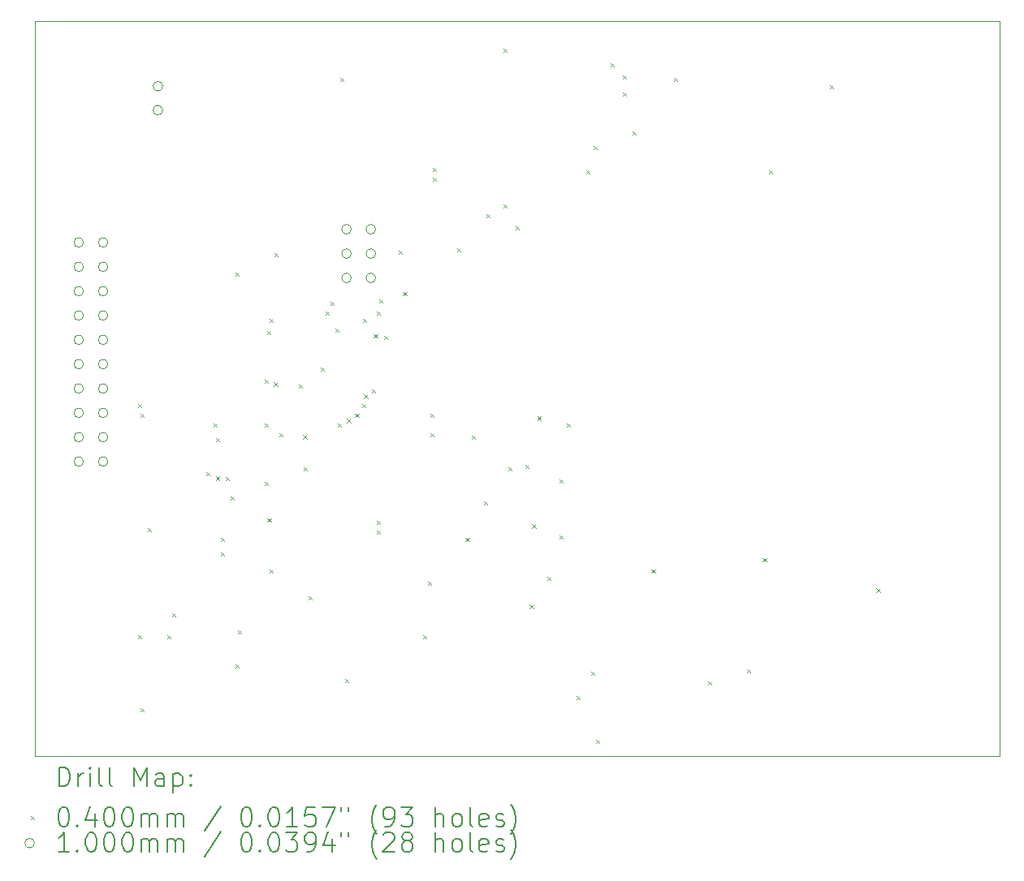
<source format=gbr>
%TF.GenerationSoftware,KiCad,Pcbnew,6.0.9-8da3e8f707~116~ubuntu22.04.1*%
%TF.CreationDate,2023-09-17T15:54:21-04:00*%
%TF.ProjectId,Recovery_DoubleStage,5265636f-7665-4727-995f-446f75626c65,rev?*%
%TF.SameCoordinates,Original*%
%TF.FileFunction,Drillmap*%
%TF.FilePolarity,Positive*%
%FSLAX45Y45*%
G04 Gerber Fmt 4.5, Leading zero omitted, Abs format (unit mm)*
G04 Created by KiCad (PCBNEW 6.0.9-8da3e8f707~116~ubuntu22.04.1) date 2023-09-17 15:54:21*
%MOMM*%
%LPD*%
G01*
G04 APERTURE LIST*
%ADD10C,0.100000*%
%ADD11C,0.200000*%
%ADD12C,0.040000*%
G04 APERTURE END LIST*
D10*
X1244600Y-8991600D02*
X11303000Y-8991600D01*
X11303000Y-8991600D02*
X11303000Y-1320800D01*
X11303000Y-1320800D02*
X1244600Y-1320800D01*
X1244600Y-1320800D02*
X1244600Y-8991600D01*
D11*
D12*
X2316800Y-5314000D02*
X2356800Y-5354000D01*
X2356800Y-5314000D02*
X2316800Y-5354000D01*
X2316800Y-7727000D02*
X2356800Y-7767000D01*
X2356800Y-7727000D02*
X2316800Y-7767000D01*
X2342200Y-5415600D02*
X2382200Y-5455600D01*
X2382200Y-5415600D02*
X2342200Y-5455600D01*
X2342200Y-8489000D02*
X2382200Y-8529000D01*
X2382200Y-8489000D02*
X2342200Y-8529000D01*
X2418400Y-6609400D02*
X2458400Y-6649400D01*
X2458400Y-6609400D02*
X2418400Y-6649400D01*
X2621600Y-7727000D02*
X2661600Y-7767000D01*
X2661600Y-7727000D02*
X2621600Y-7767000D01*
X2672400Y-7498400D02*
X2712400Y-7538400D01*
X2712400Y-7498400D02*
X2672400Y-7538400D01*
X3028000Y-6025200D02*
X3068000Y-6065200D01*
X3068000Y-6025200D02*
X3028000Y-6065200D01*
X3104200Y-5517200D02*
X3144200Y-5557200D01*
X3144200Y-5517200D02*
X3104200Y-5557200D01*
X3129600Y-5669600D02*
X3169600Y-5709600D01*
X3169600Y-5669600D02*
X3129600Y-5709600D01*
X3129995Y-6074745D02*
X3169995Y-6114745D01*
X3169995Y-6074745D02*
X3129995Y-6114745D01*
X3180400Y-6711000D02*
X3220400Y-6751000D01*
X3220400Y-6711000D02*
X3180400Y-6751000D01*
X3180400Y-6863400D02*
X3220400Y-6903400D01*
X3220400Y-6863400D02*
X3180400Y-6903400D01*
X3231200Y-6076000D02*
X3271200Y-6116000D01*
X3271200Y-6076000D02*
X3231200Y-6116000D01*
X3282000Y-6279200D02*
X3322000Y-6319200D01*
X3322000Y-6279200D02*
X3282000Y-6319200D01*
X3332800Y-3942400D02*
X3372800Y-3982400D01*
X3372800Y-3942400D02*
X3332800Y-3982400D01*
X3332800Y-8031800D02*
X3372800Y-8071800D01*
X3372800Y-8031800D02*
X3332800Y-8071800D01*
X3358200Y-7676200D02*
X3398200Y-7716200D01*
X3398200Y-7676200D02*
X3358200Y-7716200D01*
X3637170Y-6127230D02*
X3677170Y-6167230D01*
X3677170Y-6127230D02*
X3637170Y-6167230D01*
X3637600Y-5060000D02*
X3677600Y-5100000D01*
X3677600Y-5060000D02*
X3637600Y-5100000D01*
X3637600Y-5517200D02*
X3677600Y-5557200D01*
X3677600Y-5517200D02*
X3637600Y-5557200D01*
X3663000Y-4552000D02*
X3703000Y-4592000D01*
X3703000Y-4552000D02*
X3663000Y-4592000D01*
X3665150Y-6507800D02*
X3705150Y-6547800D01*
X3705150Y-6507800D02*
X3665150Y-6547800D01*
X3688400Y-4425000D02*
X3728400Y-4465000D01*
X3728400Y-4425000D02*
X3688400Y-4465000D01*
X3688400Y-7041200D02*
X3728400Y-7081200D01*
X3728400Y-7041200D02*
X3688400Y-7081200D01*
X3732421Y-5091607D02*
X3772421Y-5131607D01*
X3772421Y-5091607D02*
X3732421Y-5131607D01*
X3739200Y-3739200D02*
X3779200Y-3779200D01*
X3779200Y-3739200D02*
X3739200Y-3779200D01*
X3790000Y-5618800D02*
X3830000Y-5658800D01*
X3830000Y-5618800D02*
X3790000Y-5658800D01*
X3993200Y-5110800D02*
X4033200Y-5150800D01*
X4033200Y-5110800D02*
X3993200Y-5150800D01*
X4038170Y-5638370D02*
X4078170Y-5678370D01*
X4078170Y-5638370D02*
X4038170Y-5678370D01*
X4044000Y-5974400D02*
X4084000Y-6014400D01*
X4084000Y-5974400D02*
X4044000Y-6014400D01*
X4094800Y-7320600D02*
X4134800Y-7360600D01*
X4134800Y-7320600D02*
X4094800Y-7360600D01*
X4221800Y-4933000D02*
X4261800Y-4973000D01*
X4261800Y-4933000D02*
X4221800Y-4973000D01*
X4272600Y-4348800D02*
X4312600Y-4388800D01*
X4312600Y-4348800D02*
X4272600Y-4388800D01*
X4323400Y-4247200D02*
X4363400Y-4287200D01*
X4363400Y-4247200D02*
X4323400Y-4287200D01*
X4374200Y-4526600D02*
X4414200Y-4566600D01*
X4414200Y-4526600D02*
X4374200Y-4566600D01*
X4399600Y-5517200D02*
X4439600Y-5557200D01*
X4439600Y-5517200D02*
X4399600Y-5557200D01*
X4425000Y-1910400D02*
X4465000Y-1950400D01*
X4465000Y-1910400D02*
X4425000Y-1950400D01*
X4475800Y-8184200D02*
X4515800Y-8224200D01*
X4515800Y-8184200D02*
X4475800Y-8224200D01*
X4496626Y-5469315D02*
X4536626Y-5509315D01*
X4536626Y-5469315D02*
X4496626Y-5509315D01*
X4580916Y-5415600D02*
X4620916Y-5455600D01*
X4620916Y-5415600D02*
X4580916Y-5455600D01*
X4653366Y-5315233D02*
X4693366Y-5355233D01*
X4693366Y-5315233D02*
X4653366Y-5355233D01*
X4662050Y-4425000D02*
X4702050Y-4465000D01*
X4702050Y-4425000D02*
X4662050Y-4465000D01*
X4672036Y-5217042D02*
X4712036Y-5257042D01*
X4712036Y-5217042D02*
X4672036Y-5257042D01*
X4755200Y-5161600D02*
X4795200Y-5201600D01*
X4795200Y-5161600D02*
X4755200Y-5201600D01*
X4774754Y-4586838D02*
X4814754Y-4626838D01*
X4814754Y-4586838D02*
X4774754Y-4626838D01*
X4806000Y-4348800D02*
X4846000Y-4388800D01*
X4846000Y-4348800D02*
X4806000Y-4388800D01*
X4806000Y-6533200D02*
X4846000Y-6573200D01*
X4846000Y-6533200D02*
X4806000Y-6573200D01*
X4806000Y-6634800D02*
X4846000Y-6674800D01*
X4846000Y-6634800D02*
X4806000Y-6674800D01*
X4831400Y-4221800D02*
X4871400Y-4261800D01*
X4871400Y-4221800D02*
X4831400Y-4261800D01*
X4882200Y-4602800D02*
X4922200Y-4642800D01*
X4922200Y-4602800D02*
X4882200Y-4642800D01*
X5034600Y-3713800D02*
X5074600Y-3753800D01*
X5074600Y-3713800D02*
X5034600Y-3753800D01*
X5081650Y-4145600D02*
X5121650Y-4185600D01*
X5121650Y-4145600D02*
X5081650Y-4185600D01*
X5288600Y-7727000D02*
X5328600Y-7767000D01*
X5328600Y-7727000D02*
X5288600Y-7767000D01*
X5339400Y-7168200D02*
X5379400Y-7208200D01*
X5379400Y-7168200D02*
X5339400Y-7208200D01*
X5364800Y-5415600D02*
X5404800Y-5455600D01*
X5404800Y-5415600D02*
X5364800Y-5455600D01*
X5364800Y-5618800D02*
X5404800Y-5658800D01*
X5404800Y-5618800D02*
X5364800Y-5658800D01*
X5390200Y-2850200D02*
X5430200Y-2890200D01*
X5430200Y-2850200D02*
X5390200Y-2890200D01*
X5390200Y-2951800D02*
X5430200Y-2991800D01*
X5430200Y-2951800D02*
X5390200Y-2991800D01*
X5644200Y-3688400D02*
X5684200Y-3728400D01*
X5684200Y-3688400D02*
X5644200Y-3728400D01*
X5730560Y-6711000D02*
X5770560Y-6751000D01*
X5770560Y-6711000D02*
X5730560Y-6751000D01*
X5796600Y-5644200D02*
X5836600Y-5684200D01*
X5836600Y-5644200D02*
X5796600Y-5684200D01*
X5923600Y-6330000D02*
X5963600Y-6370000D01*
X5963600Y-6330000D02*
X5923600Y-6370000D01*
X5949000Y-3332800D02*
X5989000Y-3372800D01*
X5989000Y-3332800D02*
X5949000Y-3372800D01*
X6126800Y-1605600D02*
X6166800Y-1645600D01*
X6166800Y-1605600D02*
X6126800Y-1645600D01*
X6126800Y-3231200D02*
X6166800Y-3271200D01*
X6166800Y-3231200D02*
X6126800Y-3271200D01*
X6177600Y-5974400D02*
X6217600Y-6014400D01*
X6217600Y-5974400D02*
X6177600Y-6014400D01*
X6253370Y-3460230D02*
X6293370Y-3500230D01*
X6293370Y-3460230D02*
X6253370Y-3500230D01*
X6355550Y-5948850D02*
X6395550Y-5988850D01*
X6395550Y-5948850D02*
X6355550Y-5988850D01*
X6401120Y-7412040D02*
X6441120Y-7452040D01*
X6441120Y-7412040D02*
X6401120Y-7452040D01*
X6426520Y-6573840D02*
X6466520Y-6613840D01*
X6466520Y-6573840D02*
X6426520Y-6613840D01*
X6482400Y-5446080D02*
X6522400Y-5486080D01*
X6522400Y-5446080D02*
X6482400Y-5486080D01*
X6584000Y-7117400D02*
X6624000Y-7157400D01*
X6624000Y-7117400D02*
X6584000Y-7157400D01*
X6711000Y-6101400D02*
X6751000Y-6141400D01*
X6751000Y-6101400D02*
X6711000Y-6141400D01*
X6711000Y-6685600D02*
X6751000Y-6725600D01*
X6751000Y-6685600D02*
X6711000Y-6725600D01*
X6787200Y-5517200D02*
X6827200Y-5557200D01*
X6827200Y-5517200D02*
X6787200Y-5557200D01*
X6888800Y-8362000D02*
X6928800Y-8402000D01*
X6928800Y-8362000D02*
X6888800Y-8402000D01*
X6990400Y-2875600D02*
X7030400Y-2915600D01*
X7030400Y-2875600D02*
X6990400Y-2915600D01*
X7041200Y-8108000D02*
X7081200Y-8148000D01*
X7081200Y-8108000D02*
X7041200Y-8148000D01*
X7066600Y-2621600D02*
X7106600Y-2661600D01*
X7106600Y-2621600D02*
X7066600Y-2661600D01*
X7092000Y-8819200D02*
X7132000Y-8859200D01*
X7132000Y-8819200D02*
X7092000Y-8859200D01*
X7244400Y-1758000D02*
X7284400Y-1798000D01*
X7284400Y-1758000D02*
X7244400Y-1798000D01*
X7371400Y-1885000D02*
X7411400Y-1925000D01*
X7411400Y-1885000D02*
X7371400Y-1925000D01*
X7371400Y-2062800D02*
X7411400Y-2102800D01*
X7411400Y-2062800D02*
X7371400Y-2102800D01*
X7473000Y-2469200D02*
X7513000Y-2509200D01*
X7513000Y-2469200D02*
X7473000Y-2509200D01*
X7671120Y-7041200D02*
X7711120Y-7081200D01*
X7711120Y-7041200D02*
X7671120Y-7081200D01*
X7904800Y-1910400D02*
X7944800Y-1950400D01*
X7944800Y-1910400D02*
X7904800Y-1950400D01*
X8260400Y-8209600D02*
X8300400Y-8249600D01*
X8300400Y-8209600D02*
X8260400Y-8249600D01*
X8666800Y-8082600D02*
X8706800Y-8122600D01*
X8706800Y-8082600D02*
X8666800Y-8122600D01*
X8834440Y-6924360D02*
X8874440Y-6964360D01*
X8874440Y-6924360D02*
X8834440Y-6964360D01*
X8895400Y-2875600D02*
X8935400Y-2915600D01*
X8935400Y-2875600D02*
X8895400Y-2915600D01*
X9530400Y-1986600D02*
X9570400Y-2026600D01*
X9570400Y-1986600D02*
X9530400Y-2026600D01*
X10018080Y-7239320D02*
X10058080Y-7279320D01*
X10058080Y-7239320D02*
X10018080Y-7279320D01*
D10*
X1751300Y-3632700D02*
G75*
G03*
X1751300Y-3632700I-50000J0D01*
G01*
X1751300Y-3886700D02*
G75*
G03*
X1751300Y-3886700I-50000J0D01*
G01*
X1751300Y-4140700D02*
G75*
G03*
X1751300Y-4140700I-50000J0D01*
G01*
X1751300Y-4394700D02*
G75*
G03*
X1751300Y-4394700I-50000J0D01*
G01*
X1751300Y-4648700D02*
G75*
G03*
X1751300Y-4648700I-50000J0D01*
G01*
X1751300Y-4902700D02*
G75*
G03*
X1751300Y-4902700I-50000J0D01*
G01*
X1751300Y-5156700D02*
G75*
G03*
X1751300Y-5156700I-50000J0D01*
G01*
X1751300Y-5410700D02*
G75*
G03*
X1751300Y-5410700I-50000J0D01*
G01*
X1751300Y-5664700D02*
G75*
G03*
X1751300Y-5664700I-50000J0D01*
G01*
X1751300Y-5918700D02*
G75*
G03*
X1751300Y-5918700I-50000J0D01*
G01*
X2005300Y-3632700D02*
G75*
G03*
X2005300Y-3632700I-50000J0D01*
G01*
X2005300Y-3886700D02*
G75*
G03*
X2005300Y-3886700I-50000J0D01*
G01*
X2005300Y-4140700D02*
G75*
G03*
X2005300Y-4140700I-50000J0D01*
G01*
X2005300Y-4394700D02*
G75*
G03*
X2005300Y-4394700I-50000J0D01*
G01*
X2005300Y-4648700D02*
G75*
G03*
X2005300Y-4648700I-50000J0D01*
G01*
X2005300Y-4902700D02*
G75*
G03*
X2005300Y-4902700I-50000J0D01*
G01*
X2005300Y-5156700D02*
G75*
G03*
X2005300Y-5156700I-50000J0D01*
G01*
X2005300Y-5410700D02*
G75*
G03*
X2005300Y-5410700I-50000J0D01*
G01*
X2005300Y-5664700D02*
G75*
G03*
X2005300Y-5664700I-50000J0D01*
G01*
X2005300Y-5918700D02*
G75*
G03*
X2005300Y-5918700I-50000J0D01*
G01*
X2576460Y-2001520D02*
G75*
G03*
X2576460Y-2001520I-50000J0D01*
G01*
X2576460Y-2251520D02*
G75*
G03*
X2576460Y-2251520I-50000J0D01*
G01*
X4542100Y-3493700D02*
G75*
G03*
X4542100Y-3493700I-50000J0D01*
G01*
X4542100Y-3747700D02*
G75*
G03*
X4542100Y-3747700I-50000J0D01*
G01*
X4542100Y-4001700D02*
G75*
G03*
X4542100Y-4001700I-50000J0D01*
G01*
X4796100Y-3493700D02*
G75*
G03*
X4796100Y-3493700I-50000J0D01*
G01*
X4796100Y-3747700D02*
G75*
G03*
X4796100Y-3747700I-50000J0D01*
G01*
X4796100Y-4001700D02*
G75*
G03*
X4796100Y-4001700I-50000J0D01*
G01*
D11*
X1497219Y-9307076D02*
X1497219Y-9107076D01*
X1544838Y-9107076D01*
X1573409Y-9116600D01*
X1592457Y-9135648D01*
X1601981Y-9154695D01*
X1611505Y-9192790D01*
X1611505Y-9221362D01*
X1601981Y-9259457D01*
X1592457Y-9278505D01*
X1573409Y-9297552D01*
X1544838Y-9307076D01*
X1497219Y-9307076D01*
X1697219Y-9307076D02*
X1697219Y-9173743D01*
X1697219Y-9211838D02*
X1706743Y-9192790D01*
X1716267Y-9183267D01*
X1735314Y-9173743D01*
X1754362Y-9173743D01*
X1821028Y-9307076D02*
X1821028Y-9173743D01*
X1821028Y-9107076D02*
X1811505Y-9116600D01*
X1821028Y-9126124D01*
X1830552Y-9116600D01*
X1821028Y-9107076D01*
X1821028Y-9126124D01*
X1944838Y-9307076D02*
X1925790Y-9297552D01*
X1916267Y-9278505D01*
X1916267Y-9107076D01*
X2049600Y-9307076D02*
X2030552Y-9297552D01*
X2021028Y-9278505D01*
X2021028Y-9107076D01*
X2278171Y-9307076D02*
X2278171Y-9107076D01*
X2344838Y-9249933D01*
X2411505Y-9107076D01*
X2411505Y-9307076D01*
X2592457Y-9307076D02*
X2592457Y-9202314D01*
X2582933Y-9183267D01*
X2563886Y-9173743D01*
X2525790Y-9173743D01*
X2506743Y-9183267D01*
X2592457Y-9297552D02*
X2573410Y-9307076D01*
X2525790Y-9307076D01*
X2506743Y-9297552D01*
X2497219Y-9278505D01*
X2497219Y-9259457D01*
X2506743Y-9240410D01*
X2525790Y-9230886D01*
X2573410Y-9230886D01*
X2592457Y-9221362D01*
X2687695Y-9173743D02*
X2687695Y-9373743D01*
X2687695Y-9183267D02*
X2706743Y-9173743D01*
X2744838Y-9173743D01*
X2763886Y-9183267D01*
X2773410Y-9192790D01*
X2782933Y-9211838D01*
X2782933Y-9268981D01*
X2773410Y-9288029D01*
X2763886Y-9297552D01*
X2744838Y-9307076D01*
X2706743Y-9307076D01*
X2687695Y-9297552D01*
X2868648Y-9288029D02*
X2878171Y-9297552D01*
X2868648Y-9307076D01*
X2859124Y-9297552D01*
X2868648Y-9288029D01*
X2868648Y-9307076D01*
X2868648Y-9183267D02*
X2878171Y-9192790D01*
X2868648Y-9202314D01*
X2859124Y-9192790D01*
X2868648Y-9183267D01*
X2868648Y-9202314D01*
D12*
X1199600Y-9616600D02*
X1239600Y-9656600D01*
X1239600Y-9616600D02*
X1199600Y-9656600D01*
D11*
X1535314Y-9527076D02*
X1554362Y-9527076D01*
X1573409Y-9536600D01*
X1582933Y-9546124D01*
X1592457Y-9565171D01*
X1601981Y-9603267D01*
X1601981Y-9650886D01*
X1592457Y-9688981D01*
X1582933Y-9708029D01*
X1573409Y-9717552D01*
X1554362Y-9727076D01*
X1535314Y-9727076D01*
X1516267Y-9717552D01*
X1506743Y-9708029D01*
X1497219Y-9688981D01*
X1487695Y-9650886D01*
X1487695Y-9603267D01*
X1497219Y-9565171D01*
X1506743Y-9546124D01*
X1516267Y-9536600D01*
X1535314Y-9527076D01*
X1687695Y-9708029D02*
X1697219Y-9717552D01*
X1687695Y-9727076D01*
X1678171Y-9717552D01*
X1687695Y-9708029D01*
X1687695Y-9727076D01*
X1868648Y-9593743D02*
X1868648Y-9727076D01*
X1821028Y-9517552D02*
X1773409Y-9660410D01*
X1897219Y-9660410D01*
X2011505Y-9527076D02*
X2030552Y-9527076D01*
X2049600Y-9536600D01*
X2059124Y-9546124D01*
X2068648Y-9565171D01*
X2078171Y-9603267D01*
X2078171Y-9650886D01*
X2068648Y-9688981D01*
X2059124Y-9708029D01*
X2049600Y-9717552D01*
X2030552Y-9727076D01*
X2011505Y-9727076D01*
X1992457Y-9717552D01*
X1982933Y-9708029D01*
X1973409Y-9688981D01*
X1963886Y-9650886D01*
X1963886Y-9603267D01*
X1973409Y-9565171D01*
X1982933Y-9546124D01*
X1992457Y-9536600D01*
X2011505Y-9527076D01*
X2201981Y-9527076D02*
X2221029Y-9527076D01*
X2240076Y-9536600D01*
X2249600Y-9546124D01*
X2259124Y-9565171D01*
X2268648Y-9603267D01*
X2268648Y-9650886D01*
X2259124Y-9688981D01*
X2249600Y-9708029D01*
X2240076Y-9717552D01*
X2221029Y-9727076D01*
X2201981Y-9727076D01*
X2182933Y-9717552D01*
X2173410Y-9708029D01*
X2163886Y-9688981D01*
X2154362Y-9650886D01*
X2154362Y-9603267D01*
X2163886Y-9565171D01*
X2173410Y-9546124D01*
X2182933Y-9536600D01*
X2201981Y-9527076D01*
X2354362Y-9727076D02*
X2354362Y-9593743D01*
X2354362Y-9612790D02*
X2363886Y-9603267D01*
X2382933Y-9593743D01*
X2411505Y-9593743D01*
X2430552Y-9603267D01*
X2440076Y-9622314D01*
X2440076Y-9727076D01*
X2440076Y-9622314D02*
X2449600Y-9603267D01*
X2468648Y-9593743D01*
X2497219Y-9593743D01*
X2516267Y-9603267D01*
X2525790Y-9622314D01*
X2525790Y-9727076D01*
X2621029Y-9727076D02*
X2621029Y-9593743D01*
X2621029Y-9612790D02*
X2630552Y-9603267D01*
X2649600Y-9593743D01*
X2678171Y-9593743D01*
X2697219Y-9603267D01*
X2706743Y-9622314D01*
X2706743Y-9727076D01*
X2706743Y-9622314D02*
X2716267Y-9603267D01*
X2735314Y-9593743D01*
X2763886Y-9593743D01*
X2782933Y-9603267D01*
X2792457Y-9622314D01*
X2792457Y-9727076D01*
X3182933Y-9517552D02*
X3011505Y-9774695D01*
X3440076Y-9527076D02*
X3459124Y-9527076D01*
X3478171Y-9536600D01*
X3487695Y-9546124D01*
X3497219Y-9565171D01*
X3506743Y-9603267D01*
X3506743Y-9650886D01*
X3497219Y-9688981D01*
X3487695Y-9708029D01*
X3478171Y-9717552D01*
X3459124Y-9727076D01*
X3440076Y-9727076D01*
X3421028Y-9717552D01*
X3411505Y-9708029D01*
X3401981Y-9688981D01*
X3392457Y-9650886D01*
X3392457Y-9603267D01*
X3401981Y-9565171D01*
X3411505Y-9546124D01*
X3421028Y-9536600D01*
X3440076Y-9527076D01*
X3592457Y-9708029D02*
X3601981Y-9717552D01*
X3592457Y-9727076D01*
X3582933Y-9717552D01*
X3592457Y-9708029D01*
X3592457Y-9727076D01*
X3725790Y-9527076D02*
X3744838Y-9527076D01*
X3763886Y-9536600D01*
X3773409Y-9546124D01*
X3782933Y-9565171D01*
X3792457Y-9603267D01*
X3792457Y-9650886D01*
X3782933Y-9688981D01*
X3773409Y-9708029D01*
X3763886Y-9717552D01*
X3744838Y-9727076D01*
X3725790Y-9727076D01*
X3706743Y-9717552D01*
X3697219Y-9708029D01*
X3687695Y-9688981D01*
X3678171Y-9650886D01*
X3678171Y-9603267D01*
X3687695Y-9565171D01*
X3697219Y-9546124D01*
X3706743Y-9536600D01*
X3725790Y-9527076D01*
X3982933Y-9727076D02*
X3868648Y-9727076D01*
X3925790Y-9727076D02*
X3925790Y-9527076D01*
X3906743Y-9555648D01*
X3887695Y-9574695D01*
X3868648Y-9584219D01*
X4163886Y-9527076D02*
X4068648Y-9527076D01*
X4059124Y-9622314D01*
X4068648Y-9612790D01*
X4087695Y-9603267D01*
X4135314Y-9603267D01*
X4154362Y-9612790D01*
X4163886Y-9622314D01*
X4173409Y-9641362D01*
X4173409Y-9688981D01*
X4163886Y-9708029D01*
X4154362Y-9717552D01*
X4135314Y-9727076D01*
X4087695Y-9727076D01*
X4068648Y-9717552D01*
X4059124Y-9708029D01*
X4240076Y-9527076D02*
X4373410Y-9527076D01*
X4287695Y-9727076D01*
X4440076Y-9527076D02*
X4440076Y-9565171D01*
X4516267Y-9527076D02*
X4516267Y-9565171D01*
X4811505Y-9803267D02*
X4801981Y-9793743D01*
X4782933Y-9765171D01*
X4773410Y-9746124D01*
X4763886Y-9717552D01*
X4754362Y-9669933D01*
X4754362Y-9631838D01*
X4763886Y-9584219D01*
X4773410Y-9555648D01*
X4782933Y-9536600D01*
X4801981Y-9508029D01*
X4811505Y-9498505D01*
X4897219Y-9727076D02*
X4935314Y-9727076D01*
X4954362Y-9717552D01*
X4963886Y-9708029D01*
X4982933Y-9679457D01*
X4992457Y-9641362D01*
X4992457Y-9565171D01*
X4982933Y-9546124D01*
X4973410Y-9536600D01*
X4954362Y-9527076D01*
X4916267Y-9527076D01*
X4897219Y-9536600D01*
X4887695Y-9546124D01*
X4878171Y-9565171D01*
X4878171Y-9612790D01*
X4887695Y-9631838D01*
X4897219Y-9641362D01*
X4916267Y-9650886D01*
X4954362Y-9650886D01*
X4973410Y-9641362D01*
X4982933Y-9631838D01*
X4992457Y-9612790D01*
X5059124Y-9527076D02*
X5182933Y-9527076D01*
X5116267Y-9603267D01*
X5144838Y-9603267D01*
X5163886Y-9612790D01*
X5173410Y-9622314D01*
X5182933Y-9641362D01*
X5182933Y-9688981D01*
X5173410Y-9708029D01*
X5163886Y-9717552D01*
X5144838Y-9727076D01*
X5087695Y-9727076D01*
X5068648Y-9717552D01*
X5059124Y-9708029D01*
X5421029Y-9727076D02*
X5421029Y-9527076D01*
X5506743Y-9727076D02*
X5506743Y-9622314D01*
X5497219Y-9603267D01*
X5478171Y-9593743D01*
X5449600Y-9593743D01*
X5430552Y-9603267D01*
X5421029Y-9612790D01*
X5630552Y-9727076D02*
X5611505Y-9717552D01*
X5601981Y-9708029D01*
X5592457Y-9688981D01*
X5592457Y-9631838D01*
X5601981Y-9612790D01*
X5611505Y-9603267D01*
X5630552Y-9593743D01*
X5659124Y-9593743D01*
X5678171Y-9603267D01*
X5687695Y-9612790D01*
X5697219Y-9631838D01*
X5697219Y-9688981D01*
X5687695Y-9708029D01*
X5678171Y-9717552D01*
X5659124Y-9727076D01*
X5630552Y-9727076D01*
X5811505Y-9727076D02*
X5792457Y-9717552D01*
X5782933Y-9698505D01*
X5782933Y-9527076D01*
X5963886Y-9717552D02*
X5944838Y-9727076D01*
X5906743Y-9727076D01*
X5887695Y-9717552D01*
X5878171Y-9698505D01*
X5878171Y-9622314D01*
X5887695Y-9603267D01*
X5906743Y-9593743D01*
X5944838Y-9593743D01*
X5963886Y-9603267D01*
X5973409Y-9622314D01*
X5973409Y-9641362D01*
X5878171Y-9660410D01*
X6049600Y-9717552D02*
X6068648Y-9727076D01*
X6106743Y-9727076D01*
X6125790Y-9717552D01*
X6135314Y-9698505D01*
X6135314Y-9688981D01*
X6125790Y-9669933D01*
X6106743Y-9660410D01*
X6078171Y-9660410D01*
X6059124Y-9650886D01*
X6049600Y-9631838D01*
X6049600Y-9622314D01*
X6059124Y-9603267D01*
X6078171Y-9593743D01*
X6106743Y-9593743D01*
X6125790Y-9603267D01*
X6201981Y-9803267D02*
X6211505Y-9793743D01*
X6230552Y-9765171D01*
X6240076Y-9746124D01*
X6249600Y-9717552D01*
X6259124Y-9669933D01*
X6259124Y-9631838D01*
X6249600Y-9584219D01*
X6240076Y-9555648D01*
X6230552Y-9536600D01*
X6211505Y-9508029D01*
X6201981Y-9498505D01*
D10*
X1239600Y-9900600D02*
G75*
G03*
X1239600Y-9900600I-50000J0D01*
G01*
D11*
X1601981Y-9991076D02*
X1487695Y-9991076D01*
X1544838Y-9991076D02*
X1544838Y-9791076D01*
X1525790Y-9819648D01*
X1506743Y-9838695D01*
X1487695Y-9848219D01*
X1687695Y-9972029D02*
X1697219Y-9981552D01*
X1687695Y-9991076D01*
X1678171Y-9981552D01*
X1687695Y-9972029D01*
X1687695Y-9991076D01*
X1821028Y-9791076D02*
X1840076Y-9791076D01*
X1859124Y-9800600D01*
X1868648Y-9810124D01*
X1878171Y-9829171D01*
X1887695Y-9867267D01*
X1887695Y-9914886D01*
X1878171Y-9952981D01*
X1868648Y-9972029D01*
X1859124Y-9981552D01*
X1840076Y-9991076D01*
X1821028Y-9991076D01*
X1801981Y-9981552D01*
X1792457Y-9972029D01*
X1782933Y-9952981D01*
X1773409Y-9914886D01*
X1773409Y-9867267D01*
X1782933Y-9829171D01*
X1792457Y-9810124D01*
X1801981Y-9800600D01*
X1821028Y-9791076D01*
X2011505Y-9791076D02*
X2030552Y-9791076D01*
X2049600Y-9800600D01*
X2059124Y-9810124D01*
X2068648Y-9829171D01*
X2078171Y-9867267D01*
X2078171Y-9914886D01*
X2068648Y-9952981D01*
X2059124Y-9972029D01*
X2049600Y-9981552D01*
X2030552Y-9991076D01*
X2011505Y-9991076D01*
X1992457Y-9981552D01*
X1982933Y-9972029D01*
X1973409Y-9952981D01*
X1963886Y-9914886D01*
X1963886Y-9867267D01*
X1973409Y-9829171D01*
X1982933Y-9810124D01*
X1992457Y-9800600D01*
X2011505Y-9791076D01*
X2201981Y-9791076D02*
X2221029Y-9791076D01*
X2240076Y-9800600D01*
X2249600Y-9810124D01*
X2259124Y-9829171D01*
X2268648Y-9867267D01*
X2268648Y-9914886D01*
X2259124Y-9952981D01*
X2249600Y-9972029D01*
X2240076Y-9981552D01*
X2221029Y-9991076D01*
X2201981Y-9991076D01*
X2182933Y-9981552D01*
X2173410Y-9972029D01*
X2163886Y-9952981D01*
X2154362Y-9914886D01*
X2154362Y-9867267D01*
X2163886Y-9829171D01*
X2173410Y-9810124D01*
X2182933Y-9800600D01*
X2201981Y-9791076D01*
X2354362Y-9991076D02*
X2354362Y-9857743D01*
X2354362Y-9876790D02*
X2363886Y-9867267D01*
X2382933Y-9857743D01*
X2411505Y-9857743D01*
X2430552Y-9867267D01*
X2440076Y-9886314D01*
X2440076Y-9991076D01*
X2440076Y-9886314D02*
X2449600Y-9867267D01*
X2468648Y-9857743D01*
X2497219Y-9857743D01*
X2516267Y-9867267D01*
X2525790Y-9886314D01*
X2525790Y-9991076D01*
X2621029Y-9991076D02*
X2621029Y-9857743D01*
X2621029Y-9876790D02*
X2630552Y-9867267D01*
X2649600Y-9857743D01*
X2678171Y-9857743D01*
X2697219Y-9867267D01*
X2706743Y-9886314D01*
X2706743Y-9991076D01*
X2706743Y-9886314D02*
X2716267Y-9867267D01*
X2735314Y-9857743D01*
X2763886Y-9857743D01*
X2782933Y-9867267D01*
X2792457Y-9886314D01*
X2792457Y-9991076D01*
X3182933Y-9781552D02*
X3011505Y-10038695D01*
X3440076Y-9791076D02*
X3459124Y-9791076D01*
X3478171Y-9800600D01*
X3487695Y-9810124D01*
X3497219Y-9829171D01*
X3506743Y-9867267D01*
X3506743Y-9914886D01*
X3497219Y-9952981D01*
X3487695Y-9972029D01*
X3478171Y-9981552D01*
X3459124Y-9991076D01*
X3440076Y-9991076D01*
X3421028Y-9981552D01*
X3411505Y-9972029D01*
X3401981Y-9952981D01*
X3392457Y-9914886D01*
X3392457Y-9867267D01*
X3401981Y-9829171D01*
X3411505Y-9810124D01*
X3421028Y-9800600D01*
X3440076Y-9791076D01*
X3592457Y-9972029D02*
X3601981Y-9981552D01*
X3592457Y-9991076D01*
X3582933Y-9981552D01*
X3592457Y-9972029D01*
X3592457Y-9991076D01*
X3725790Y-9791076D02*
X3744838Y-9791076D01*
X3763886Y-9800600D01*
X3773409Y-9810124D01*
X3782933Y-9829171D01*
X3792457Y-9867267D01*
X3792457Y-9914886D01*
X3782933Y-9952981D01*
X3773409Y-9972029D01*
X3763886Y-9981552D01*
X3744838Y-9991076D01*
X3725790Y-9991076D01*
X3706743Y-9981552D01*
X3697219Y-9972029D01*
X3687695Y-9952981D01*
X3678171Y-9914886D01*
X3678171Y-9867267D01*
X3687695Y-9829171D01*
X3697219Y-9810124D01*
X3706743Y-9800600D01*
X3725790Y-9791076D01*
X3859124Y-9791076D02*
X3982933Y-9791076D01*
X3916267Y-9867267D01*
X3944838Y-9867267D01*
X3963886Y-9876790D01*
X3973409Y-9886314D01*
X3982933Y-9905362D01*
X3982933Y-9952981D01*
X3973409Y-9972029D01*
X3963886Y-9981552D01*
X3944838Y-9991076D01*
X3887695Y-9991076D01*
X3868648Y-9981552D01*
X3859124Y-9972029D01*
X4078171Y-9991076D02*
X4116267Y-9991076D01*
X4135314Y-9981552D01*
X4144838Y-9972029D01*
X4163886Y-9943457D01*
X4173409Y-9905362D01*
X4173409Y-9829171D01*
X4163886Y-9810124D01*
X4154362Y-9800600D01*
X4135314Y-9791076D01*
X4097219Y-9791076D01*
X4078171Y-9800600D01*
X4068648Y-9810124D01*
X4059124Y-9829171D01*
X4059124Y-9876790D01*
X4068648Y-9895838D01*
X4078171Y-9905362D01*
X4097219Y-9914886D01*
X4135314Y-9914886D01*
X4154362Y-9905362D01*
X4163886Y-9895838D01*
X4173409Y-9876790D01*
X4344838Y-9857743D02*
X4344838Y-9991076D01*
X4297219Y-9781552D02*
X4249600Y-9924410D01*
X4373410Y-9924410D01*
X4440076Y-9791076D02*
X4440076Y-9829171D01*
X4516267Y-9791076D02*
X4516267Y-9829171D01*
X4811505Y-10067267D02*
X4801981Y-10057743D01*
X4782933Y-10029171D01*
X4773410Y-10010124D01*
X4763886Y-9981552D01*
X4754362Y-9933933D01*
X4754362Y-9895838D01*
X4763886Y-9848219D01*
X4773410Y-9819648D01*
X4782933Y-9800600D01*
X4801981Y-9772029D01*
X4811505Y-9762505D01*
X4878171Y-9810124D02*
X4887695Y-9800600D01*
X4906743Y-9791076D01*
X4954362Y-9791076D01*
X4973410Y-9800600D01*
X4982933Y-9810124D01*
X4992457Y-9829171D01*
X4992457Y-9848219D01*
X4982933Y-9876790D01*
X4868648Y-9991076D01*
X4992457Y-9991076D01*
X5106743Y-9876790D02*
X5087695Y-9867267D01*
X5078171Y-9857743D01*
X5068648Y-9838695D01*
X5068648Y-9829171D01*
X5078171Y-9810124D01*
X5087695Y-9800600D01*
X5106743Y-9791076D01*
X5144838Y-9791076D01*
X5163886Y-9800600D01*
X5173410Y-9810124D01*
X5182933Y-9829171D01*
X5182933Y-9838695D01*
X5173410Y-9857743D01*
X5163886Y-9867267D01*
X5144838Y-9876790D01*
X5106743Y-9876790D01*
X5087695Y-9886314D01*
X5078171Y-9895838D01*
X5068648Y-9914886D01*
X5068648Y-9952981D01*
X5078171Y-9972029D01*
X5087695Y-9981552D01*
X5106743Y-9991076D01*
X5144838Y-9991076D01*
X5163886Y-9981552D01*
X5173410Y-9972029D01*
X5182933Y-9952981D01*
X5182933Y-9914886D01*
X5173410Y-9895838D01*
X5163886Y-9886314D01*
X5144838Y-9876790D01*
X5421029Y-9991076D02*
X5421029Y-9791076D01*
X5506743Y-9991076D02*
X5506743Y-9886314D01*
X5497219Y-9867267D01*
X5478171Y-9857743D01*
X5449600Y-9857743D01*
X5430552Y-9867267D01*
X5421029Y-9876790D01*
X5630552Y-9991076D02*
X5611505Y-9981552D01*
X5601981Y-9972029D01*
X5592457Y-9952981D01*
X5592457Y-9895838D01*
X5601981Y-9876790D01*
X5611505Y-9867267D01*
X5630552Y-9857743D01*
X5659124Y-9857743D01*
X5678171Y-9867267D01*
X5687695Y-9876790D01*
X5697219Y-9895838D01*
X5697219Y-9952981D01*
X5687695Y-9972029D01*
X5678171Y-9981552D01*
X5659124Y-9991076D01*
X5630552Y-9991076D01*
X5811505Y-9991076D02*
X5792457Y-9981552D01*
X5782933Y-9962505D01*
X5782933Y-9791076D01*
X5963886Y-9981552D02*
X5944838Y-9991076D01*
X5906743Y-9991076D01*
X5887695Y-9981552D01*
X5878171Y-9962505D01*
X5878171Y-9886314D01*
X5887695Y-9867267D01*
X5906743Y-9857743D01*
X5944838Y-9857743D01*
X5963886Y-9867267D01*
X5973409Y-9886314D01*
X5973409Y-9905362D01*
X5878171Y-9924410D01*
X6049600Y-9981552D02*
X6068648Y-9991076D01*
X6106743Y-9991076D01*
X6125790Y-9981552D01*
X6135314Y-9962505D01*
X6135314Y-9952981D01*
X6125790Y-9933933D01*
X6106743Y-9924410D01*
X6078171Y-9924410D01*
X6059124Y-9914886D01*
X6049600Y-9895838D01*
X6049600Y-9886314D01*
X6059124Y-9867267D01*
X6078171Y-9857743D01*
X6106743Y-9857743D01*
X6125790Y-9867267D01*
X6201981Y-10067267D02*
X6211505Y-10057743D01*
X6230552Y-10029171D01*
X6240076Y-10010124D01*
X6249600Y-9981552D01*
X6259124Y-9933933D01*
X6259124Y-9895838D01*
X6249600Y-9848219D01*
X6240076Y-9819648D01*
X6230552Y-9800600D01*
X6211505Y-9772029D01*
X6201981Y-9762505D01*
M02*

</source>
